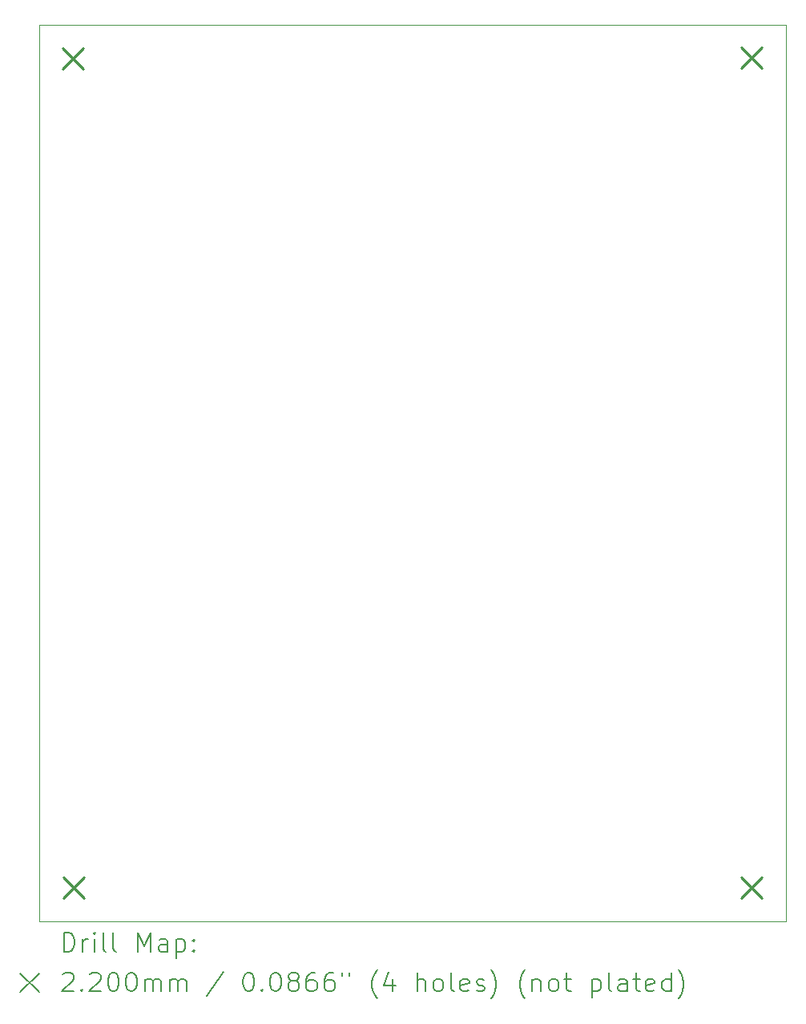
<source format=gbr>
%TF.GenerationSoftware,KiCad,Pcbnew,8.0.5*%
%TF.CreationDate,2024-10-22T19:54:13-04:00*%
%TF.ProjectId,PCB_Schematic,5043425f-5363-4686-956d-617469632e6b,rev?*%
%TF.SameCoordinates,Original*%
%TF.FileFunction,Drillmap*%
%TF.FilePolarity,Positive*%
%FSLAX45Y45*%
G04 Gerber Fmt 4.5, Leading zero omitted, Abs format (unit mm)*
G04 Created by KiCad (PCBNEW 8.0.5) date 2024-10-22 19:54:13*
%MOMM*%
%LPD*%
G01*
G04 APERTURE LIST*
%ADD10C,0.100000*%
%ADD11C,0.200000*%
%ADD12C,0.220000*%
G04 APERTURE END LIST*
D10*
X8805700Y-3260000D02*
X16695900Y-3260000D01*
X16695900Y-12728800D01*
X8805700Y-12728800D01*
X8805700Y-3260000D01*
D11*
D12*
X9051300Y-3505600D02*
X9271300Y-3725600D01*
X9271300Y-3505600D02*
X9051300Y-3725600D01*
X9059400Y-12259800D02*
X9279400Y-12479800D01*
X9279400Y-12259800D02*
X9059400Y-12479800D01*
X16222200Y-3496800D02*
X16442200Y-3716800D01*
X16442200Y-3496800D02*
X16222200Y-3716800D01*
X16222200Y-12259800D02*
X16442200Y-12479800D01*
X16442200Y-12259800D02*
X16222200Y-12479800D01*
D11*
X9061477Y-13045284D02*
X9061477Y-12845284D01*
X9061477Y-12845284D02*
X9109096Y-12845284D01*
X9109096Y-12845284D02*
X9137667Y-12854808D01*
X9137667Y-12854808D02*
X9156715Y-12873855D01*
X9156715Y-12873855D02*
X9166239Y-12892903D01*
X9166239Y-12892903D02*
X9175763Y-12930998D01*
X9175763Y-12930998D02*
X9175763Y-12959569D01*
X9175763Y-12959569D02*
X9166239Y-12997665D01*
X9166239Y-12997665D02*
X9156715Y-13016712D01*
X9156715Y-13016712D02*
X9137667Y-13035760D01*
X9137667Y-13035760D02*
X9109096Y-13045284D01*
X9109096Y-13045284D02*
X9061477Y-13045284D01*
X9261477Y-13045284D02*
X9261477Y-12911950D01*
X9261477Y-12950046D02*
X9271001Y-12930998D01*
X9271001Y-12930998D02*
X9280524Y-12921474D01*
X9280524Y-12921474D02*
X9299572Y-12911950D01*
X9299572Y-12911950D02*
X9318620Y-12911950D01*
X9385286Y-13045284D02*
X9385286Y-12911950D01*
X9385286Y-12845284D02*
X9375763Y-12854808D01*
X9375763Y-12854808D02*
X9385286Y-12864331D01*
X9385286Y-12864331D02*
X9394810Y-12854808D01*
X9394810Y-12854808D02*
X9385286Y-12845284D01*
X9385286Y-12845284D02*
X9385286Y-12864331D01*
X9509096Y-13045284D02*
X9490048Y-13035760D01*
X9490048Y-13035760D02*
X9480524Y-13016712D01*
X9480524Y-13016712D02*
X9480524Y-12845284D01*
X9613858Y-13045284D02*
X9594810Y-13035760D01*
X9594810Y-13035760D02*
X9585286Y-13016712D01*
X9585286Y-13016712D02*
X9585286Y-12845284D01*
X9842429Y-13045284D02*
X9842429Y-12845284D01*
X9842429Y-12845284D02*
X9909096Y-12988141D01*
X9909096Y-12988141D02*
X9975763Y-12845284D01*
X9975763Y-12845284D02*
X9975763Y-13045284D01*
X10156715Y-13045284D02*
X10156715Y-12940522D01*
X10156715Y-12940522D02*
X10147191Y-12921474D01*
X10147191Y-12921474D02*
X10128144Y-12911950D01*
X10128144Y-12911950D02*
X10090048Y-12911950D01*
X10090048Y-12911950D02*
X10071001Y-12921474D01*
X10156715Y-13035760D02*
X10137667Y-13045284D01*
X10137667Y-13045284D02*
X10090048Y-13045284D01*
X10090048Y-13045284D02*
X10071001Y-13035760D01*
X10071001Y-13035760D02*
X10061477Y-13016712D01*
X10061477Y-13016712D02*
X10061477Y-12997665D01*
X10061477Y-12997665D02*
X10071001Y-12978617D01*
X10071001Y-12978617D02*
X10090048Y-12969093D01*
X10090048Y-12969093D02*
X10137667Y-12969093D01*
X10137667Y-12969093D02*
X10156715Y-12959569D01*
X10251953Y-12911950D02*
X10251953Y-13111950D01*
X10251953Y-12921474D02*
X10271001Y-12911950D01*
X10271001Y-12911950D02*
X10309096Y-12911950D01*
X10309096Y-12911950D02*
X10328144Y-12921474D01*
X10328144Y-12921474D02*
X10337667Y-12930998D01*
X10337667Y-12930998D02*
X10347191Y-12950046D01*
X10347191Y-12950046D02*
X10347191Y-13007188D01*
X10347191Y-13007188D02*
X10337667Y-13026236D01*
X10337667Y-13026236D02*
X10328144Y-13035760D01*
X10328144Y-13035760D02*
X10309096Y-13045284D01*
X10309096Y-13045284D02*
X10271001Y-13045284D01*
X10271001Y-13045284D02*
X10251953Y-13035760D01*
X10432905Y-13026236D02*
X10442429Y-13035760D01*
X10442429Y-13035760D02*
X10432905Y-13045284D01*
X10432905Y-13045284D02*
X10423382Y-13035760D01*
X10423382Y-13035760D02*
X10432905Y-13026236D01*
X10432905Y-13026236D02*
X10432905Y-13045284D01*
X10432905Y-12921474D02*
X10442429Y-12930998D01*
X10442429Y-12930998D02*
X10432905Y-12940522D01*
X10432905Y-12940522D02*
X10423382Y-12930998D01*
X10423382Y-12930998D02*
X10432905Y-12921474D01*
X10432905Y-12921474D02*
X10432905Y-12940522D01*
X8600700Y-13273800D02*
X8800700Y-13473800D01*
X8800700Y-13273800D02*
X8600700Y-13473800D01*
X9051953Y-13284331D02*
X9061477Y-13274808D01*
X9061477Y-13274808D02*
X9080524Y-13265284D01*
X9080524Y-13265284D02*
X9128144Y-13265284D01*
X9128144Y-13265284D02*
X9147191Y-13274808D01*
X9147191Y-13274808D02*
X9156715Y-13284331D01*
X9156715Y-13284331D02*
X9166239Y-13303379D01*
X9166239Y-13303379D02*
X9166239Y-13322427D01*
X9166239Y-13322427D02*
X9156715Y-13350998D01*
X9156715Y-13350998D02*
X9042429Y-13465284D01*
X9042429Y-13465284D02*
X9166239Y-13465284D01*
X9251953Y-13446236D02*
X9261477Y-13455760D01*
X9261477Y-13455760D02*
X9251953Y-13465284D01*
X9251953Y-13465284D02*
X9242429Y-13455760D01*
X9242429Y-13455760D02*
X9251953Y-13446236D01*
X9251953Y-13446236D02*
X9251953Y-13465284D01*
X9337667Y-13284331D02*
X9347191Y-13274808D01*
X9347191Y-13274808D02*
X9366239Y-13265284D01*
X9366239Y-13265284D02*
X9413858Y-13265284D01*
X9413858Y-13265284D02*
X9432905Y-13274808D01*
X9432905Y-13274808D02*
X9442429Y-13284331D01*
X9442429Y-13284331D02*
X9451953Y-13303379D01*
X9451953Y-13303379D02*
X9451953Y-13322427D01*
X9451953Y-13322427D02*
X9442429Y-13350998D01*
X9442429Y-13350998D02*
X9328144Y-13465284D01*
X9328144Y-13465284D02*
X9451953Y-13465284D01*
X9575763Y-13265284D02*
X9594810Y-13265284D01*
X9594810Y-13265284D02*
X9613858Y-13274808D01*
X9613858Y-13274808D02*
X9623382Y-13284331D01*
X9623382Y-13284331D02*
X9632905Y-13303379D01*
X9632905Y-13303379D02*
X9642429Y-13341474D01*
X9642429Y-13341474D02*
X9642429Y-13389093D01*
X9642429Y-13389093D02*
X9632905Y-13427188D01*
X9632905Y-13427188D02*
X9623382Y-13446236D01*
X9623382Y-13446236D02*
X9613858Y-13455760D01*
X9613858Y-13455760D02*
X9594810Y-13465284D01*
X9594810Y-13465284D02*
X9575763Y-13465284D01*
X9575763Y-13465284D02*
X9556715Y-13455760D01*
X9556715Y-13455760D02*
X9547191Y-13446236D01*
X9547191Y-13446236D02*
X9537667Y-13427188D01*
X9537667Y-13427188D02*
X9528144Y-13389093D01*
X9528144Y-13389093D02*
X9528144Y-13341474D01*
X9528144Y-13341474D02*
X9537667Y-13303379D01*
X9537667Y-13303379D02*
X9547191Y-13284331D01*
X9547191Y-13284331D02*
X9556715Y-13274808D01*
X9556715Y-13274808D02*
X9575763Y-13265284D01*
X9766239Y-13265284D02*
X9785286Y-13265284D01*
X9785286Y-13265284D02*
X9804334Y-13274808D01*
X9804334Y-13274808D02*
X9813858Y-13284331D01*
X9813858Y-13284331D02*
X9823382Y-13303379D01*
X9823382Y-13303379D02*
X9832905Y-13341474D01*
X9832905Y-13341474D02*
X9832905Y-13389093D01*
X9832905Y-13389093D02*
X9823382Y-13427188D01*
X9823382Y-13427188D02*
X9813858Y-13446236D01*
X9813858Y-13446236D02*
X9804334Y-13455760D01*
X9804334Y-13455760D02*
X9785286Y-13465284D01*
X9785286Y-13465284D02*
X9766239Y-13465284D01*
X9766239Y-13465284D02*
X9747191Y-13455760D01*
X9747191Y-13455760D02*
X9737667Y-13446236D01*
X9737667Y-13446236D02*
X9728144Y-13427188D01*
X9728144Y-13427188D02*
X9718620Y-13389093D01*
X9718620Y-13389093D02*
X9718620Y-13341474D01*
X9718620Y-13341474D02*
X9728144Y-13303379D01*
X9728144Y-13303379D02*
X9737667Y-13284331D01*
X9737667Y-13284331D02*
X9747191Y-13274808D01*
X9747191Y-13274808D02*
X9766239Y-13265284D01*
X9918620Y-13465284D02*
X9918620Y-13331950D01*
X9918620Y-13350998D02*
X9928144Y-13341474D01*
X9928144Y-13341474D02*
X9947191Y-13331950D01*
X9947191Y-13331950D02*
X9975763Y-13331950D01*
X9975763Y-13331950D02*
X9994810Y-13341474D01*
X9994810Y-13341474D02*
X10004334Y-13360522D01*
X10004334Y-13360522D02*
X10004334Y-13465284D01*
X10004334Y-13360522D02*
X10013858Y-13341474D01*
X10013858Y-13341474D02*
X10032905Y-13331950D01*
X10032905Y-13331950D02*
X10061477Y-13331950D01*
X10061477Y-13331950D02*
X10080525Y-13341474D01*
X10080525Y-13341474D02*
X10090048Y-13360522D01*
X10090048Y-13360522D02*
X10090048Y-13465284D01*
X10185286Y-13465284D02*
X10185286Y-13331950D01*
X10185286Y-13350998D02*
X10194810Y-13341474D01*
X10194810Y-13341474D02*
X10213858Y-13331950D01*
X10213858Y-13331950D02*
X10242429Y-13331950D01*
X10242429Y-13331950D02*
X10261477Y-13341474D01*
X10261477Y-13341474D02*
X10271001Y-13360522D01*
X10271001Y-13360522D02*
X10271001Y-13465284D01*
X10271001Y-13360522D02*
X10280525Y-13341474D01*
X10280525Y-13341474D02*
X10299572Y-13331950D01*
X10299572Y-13331950D02*
X10328144Y-13331950D01*
X10328144Y-13331950D02*
X10347191Y-13341474D01*
X10347191Y-13341474D02*
X10356715Y-13360522D01*
X10356715Y-13360522D02*
X10356715Y-13465284D01*
X10747191Y-13255760D02*
X10575763Y-13512903D01*
X11004334Y-13265284D02*
X11023382Y-13265284D01*
X11023382Y-13265284D02*
X11042429Y-13274808D01*
X11042429Y-13274808D02*
X11051953Y-13284331D01*
X11051953Y-13284331D02*
X11061477Y-13303379D01*
X11061477Y-13303379D02*
X11071001Y-13341474D01*
X11071001Y-13341474D02*
X11071001Y-13389093D01*
X11071001Y-13389093D02*
X11061477Y-13427188D01*
X11061477Y-13427188D02*
X11051953Y-13446236D01*
X11051953Y-13446236D02*
X11042429Y-13455760D01*
X11042429Y-13455760D02*
X11023382Y-13465284D01*
X11023382Y-13465284D02*
X11004334Y-13465284D01*
X11004334Y-13465284D02*
X10985287Y-13455760D01*
X10985287Y-13455760D02*
X10975763Y-13446236D01*
X10975763Y-13446236D02*
X10966239Y-13427188D01*
X10966239Y-13427188D02*
X10956715Y-13389093D01*
X10956715Y-13389093D02*
X10956715Y-13341474D01*
X10956715Y-13341474D02*
X10966239Y-13303379D01*
X10966239Y-13303379D02*
X10975763Y-13284331D01*
X10975763Y-13284331D02*
X10985287Y-13274808D01*
X10985287Y-13274808D02*
X11004334Y-13265284D01*
X11156715Y-13446236D02*
X11166239Y-13455760D01*
X11166239Y-13455760D02*
X11156715Y-13465284D01*
X11156715Y-13465284D02*
X11147191Y-13455760D01*
X11147191Y-13455760D02*
X11156715Y-13446236D01*
X11156715Y-13446236D02*
X11156715Y-13465284D01*
X11290048Y-13265284D02*
X11309096Y-13265284D01*
X11309096Y-13265284D02*
X11328144Y-13274808D01*
X11328144Y-13274808D02*
X11337667Y-13284331D01*
X11337667Y-13284331D02*
X11347191Y-13303379D01*
X11347191Y-13303379D02*
X11356715Y-13341474D01*
X11356715Y-13341474D02*
X11356715Y-13389093D01*
X11356715Y-13389093D02*
X11347191Y-13427188D01*
X11347191Y-13427188D02*
X11337667Y-13446236D01*
X11337667Y-13446236D02*
X11328144Y-13455760D01*
X11328144Y-13455760D02*
X11309096Y-13465284D01*
X11309096Y-13465284D02*
X11290048Y-13465284D01*
X11290048Y-13465284D02*
X11271001Y-13455760D01*
X11271001Y-13455760D02*
X11261477Y-13446236D01*
X11261477Y-13446236D02*
X11251953Y-13427188D01*
X11251953Y-13427188D02*
X11242429Y-13389093D01*
X11242429Y-13389093D02*
X11242429Y-13341474D01*
X11242429Y-13341474D02*
X11251953Y-13303379D01*
X11251953Y-13303379D02*
X11261477Y-13284331D01*
X11261477Y-13284331D02*
X11271001Y-13274808D01*
X11271001Y-13274808D02*
X11290048Y-13265284D01*
X11471001Y-13350998D02*
X11451953Y-13341474D01*
X11451953Y-13341474D02*
X11442429Y-13331950D01*
X11442429Y-13331950D02*
X11432906Y-13312903D01*
X11432906Y-13312903D02*
X11432906Y-13303379D01*
X11432906Y-13303379D02*
X11442429Y-13284331D01*
X11442429Y-13284331D02*
X11451953Y-13274808D01*
X11451953Y-13274808D02*
X11471001Y-13265284D01*
X11471001Y-13265284D02*
X11509096Y-13265284D01*
X11509096Y-13265284D02*
X11528144Y-13274808D01*
X11528144Y-13274808D02*
X11537667Y-13284331D01*
X11537667Y-13284331D02*
X11547191Y-13303379D01*
X11547191Y-13303379D02*
X11547191Y-13312903D01*
X11547191Y-13312903D02*
X11537667Y-13331950D01*
X11537667Y-13331950D02*
X11528144Y-13341474D01*
X11528144Y-13341474D02*
X11509096Y-13350998D01*
X11509096Y-13350998D02*
X11471001Y-13350998D01*
X11471001Y-13350998D02*
X11451953Y-13360522D01*
X11451953Y-13360522D02*
X11442429Y-13370046D01*
X11442429Y-13370046D02*
X11432906Y-13389093D01*
X11432906Y-13389093D02*
X11432906Y-13427188D01*
X11432906Y-13427188D02*
X11442429Y-13446236D01*
X11442429Y-13446236D02*
X11451953Y-13455760D01*
X11451953Y-13455760D02*
X11471001Y-13465284D01*
X11471001Y-13465284D02*
X11509096Y-13465284D01*
X11509096Y-13465284D02*
X11528144Y-13455760D01*
X11528144Y-13455760D02*
X11537667Y-13446236D01*
X11537667Y-13446236D02*
X11547191Y-13427188D01*
X11547191Y-13427188D02*
X11547191Y-13389093D01*
X11547191Y-13389093D02*
X11537667Y-13370046D01*
X11537667Y-13370046D02*
X11528144Y-13360522D01*
X11528144Y-13360522D02*
X11509096Y-13350998D01*
X11718620Y-13265284D02*
X11680525Y-13265284D01*
X11680525Y-13265284D02*
X11661477Y-13274808D01*
X11661477Y-13274808D02*
X11651953Y-13284331D01*
X11651953Y-13284331D02*
X11632906Y-13312903D01*
X11632906Y-13312903D02*
X11623382Y-13350998D01*
X11623382Y-13350998D02*
X11623382Y-13427188D01*
X11623382Y-13427188D02*
X11632906Y-13446236D01*
X11632906Y-13446236D02*
X11642429Y-13455760D01*
X11642429Y-13455760D02*
X11661477Y-13465284D01*
X11661477Y-13465284D02*
X11699572Y-13465284D01*
X11699572Y-13465284D02*
X11718620Y-13455760D01*
X11718620Y-13455760D02*
X11728144Y-13446236D01*
X11728144Y-13446236D02*
X11737667Y-13427188D01*
X11737667Y-13427188D02*
X11737667Y-13379569D01*
X11737667Y-13379569D02*
X11728144Y-13360522D01*
X11728144Y-13360522D02*
X11718620Y-13350998D01*
X11718620Y-13350998D02*
X11699572Y-13341474D01*
X11699572Y-13341474D02*
X11661477Y-13341474D01*
X11661477Y-13341474D02*
X11642429Y-13350998D01*
X11642429Y-13350998D02*
X11632906Y-13360522D01*
X11632906Y-13360522D02*
X11623382Y-13379569D01*
X11909096Y-13265284D02*
X11871001Y-13265284D01*
X11871001Y-13265284D02*
X11851953Y-13274808D01*
X11851953Y-13274808D02*
X11842429Y-13284331D01*
X11842429Y-13284331D02*
X11823382Y-13312903D01*
X11823382Y-13312903D02*
X11813858Y-13350998D01*
X11813858Y-13350998D02*
X11813858Y-13427188D01*
X11813858Y-13427188D02*
X11823382Y-13446236D01*
X11823382Y-13446236D02*
X11832906Y-13455760D01*
X11832906Y-13455760D02*
X11851953Y-13465284D01*
X11851953Y-13465284D02*
X11890048Y-13465284D01*
X11890048Y-13465284D02*
X11909096Y-13455760D01*
X11909096Y-13455760D02*
X11918620Y-13446236D01*
X11918620Y-13446236D02*
X11928144Y-13427188D01*
X11928144Y-13427188D02*
X11928144Y-13379569D01*
X11928144Y-13379569D02*
X11918620Y-13360522D01*
X11918620Y-13360522D02*
X11909096Y-13350998D01*
X11909096Y-13350998D02*
X11890048Y-13341474D01*
X11890048Y-13341474D02*
X11851953Y-13341474D01*
X11851953Y-13341474D02*
X11832906Y-13350998D01*
X11832906Y-13350998D02*
X11823382Y-13360522D01*
X11823382Y-13360522D02*
X11813858Y-13379569D01*
X12004334Y-13265284D02*
X12004334Y-13303379D01*
X12080525Y-13265284D02*
X12080525Y-13303379D01*
X12375763Y-13541474D02*
X12366239Y-13531950D01*
X12366239Y-13531950D02*
X12347191Y-13503379D01*
X12347191Y-13503379D02*
X12337668Y-13484331D01*
X12337668Y-13484331D02*
X12328144Y-13455760D01*
X12328144Y-13455760D02*
X12318620Y-13408141D01*
X12318620Y-13408141D02*
X12318620Y-13370046D01*
X12318620Y-13370046D02*
X12328144Y-13322427D01*
X12328144Y-13322427D02*
X12337668Y-13293855D01*
X12337668Y-13293855D02*
X12347191Y-13274808D01*
X12347191Y-13274808D02*
X12366239Y-13246236D01*
X12366239Y-13246236D02*
X12375763Y-13236712D01*
X12537668Y-13331950D02*
X12537668Y-13465284D01*
X12490048Y-13255760D02*
X12442429Y-13398617D01*
X12442429Y-13398617D02*
X12566239Y-13398617D01*
X12794810Y-13465284D02*
X12794810Y-13265284D01*
X12880525Y-13465284D02*
X12880525Y-13360522D01*
X12880525Y-13360522D02*
X12871001Y-13341474D01*
X12871001Y-13341474D02*
X12851953Y-13331950D01*
X12851953Y-13331950D02*
X12823382Y-13331950D01*
X12823382Y-13331950D02*
X12804334Y-13341474D01*
X12804334Y-13341474D02*
X12794810Y-13350998D01*
X13004334Y-13465284D02*
X12985287Y-13455760D01*
X12985287Y-13455760D02*
X12975763Y-13446236D01*
X12975763Y-13446236D02*
X12966239Y-13427188D01*
X12966239Y-13427188D02*
X12966239Y-13370046D01*
X12966239Y-13370046D02*
X12975763Y-13350998D01*
X12975763Y-13350998D02*
X12985287Y-13341474D01*
X12985287Y-13341474D02*
X13004334Y-13331950D01*
X13004334Y-13331950D02*
X13032906Y-13331950D01*
X13032906Y-13331950D02*
X13051953Y-13341474D01*
X13051953Y-13341474D02*
X13061477Y-13350998D01*
X13061477Y-13350998D02*
X13071001Y-13370046D01*
X13071001Y-13370046D02*
X13071001Y-13427188D01*
X13071001Y-13427188D02*
X13061477Y-13446236D01*
X13061477Y-13446236D02*
X13051953Y-13455760D01*
X13051953Y-13455760D02*
X13032906Y-13465284D01*
X13032906Y-13465284D02*
X13004334Y-13465284D01*
X13185287Y-13465284D02*
X13166239Y-13455760D01*
X13166239Y-13455760D02*
X13156715Y-13436712D01*
X13156715Y-13436712D02*
X13156715Y-13265284D01*
X13337668Y-13455760D02*
X13318620Y-13465284D01*
X13318620Y-13465284D02*
X13280525Y-13465284D01*
X13280525Y-13465284D02*
X13261477Y-13455760D01*
X13261477Y-13455760D02*
X13251953Y-13436712D01*
X13251953Y-13436712D02*
X13251953Y-13360522D01*
X13251953Y-13360522D02*
X13261477Y-13341474D01*
X13261477Y-13341474D02*
X13280525Y-13331950D01*
X13280525Y-13331950D02*
X13318620Y-13331950D01*
X13318620Y-13331950D02*
X13337668Y-13341474D01*
X13337668Y-13341474D02*
X13347191Y-13360522D01*
X13347191Y-13360522D02*
X13347191Y-13379569D01*
X13347191Y-13379569D02*
X13251953Y-13398617D01*
X13423382Y-13455760D02*
X13442430Y-13465284D01*
X13442430Y-13465284D02*
X13480525Y-13465284D01*
X13480525Y-13465284D02*
X13499572Y-13455760D01*
X13499572Y-13455760D02*
X13509096Y-13436712D01*
X13509096Y-13436712D02*
X13509096Y-13427188D01*
X13509096Y-13427188D02*
X13499572Y-13408141D01*
X13499572Y-13408141D02*
X13480525Y-13398617D01*
X13480525Y-13398617D02*
X13451953Y-13398617D01*
X13451953Y-13398617D02*
X13432906Y-13389093D01*
X13432906Y-13389093D02*
X13423382Y-13370046D01*
X13423382Y-13370046D02*
X13423382Y-13360522D01*
X13423382Y-13360522D02*
X13432906Y-13341474D01*
X13432906Y-13341474D02*
X13451953Y-13331950D01*
X13451953Y-13331950D02*
X13480525Y-13331950D01*
X13480525Y-13331950D02*
X13499572Y-13341474D01*
X13575763Y-13541474D02*
X13585287Y-13531950D01*
X13585287Y-13531950D02*
X13604334Y-13503379D01*
X13604334Y-13503379D02*
X13613858Y-13484331D01*
X13613858Y-13484331D02*
X13623382Y-13455760D01*
X13623382Y-13455760D02*
X13632906Y-13408141D01*
X13632906Y-13408141D02*
X13632906Y-13370046D01*
X13632906Y-13370046D02*
X13623382Y-13322427D01*
X13623382Y-13322427D02*
X13613858Y-13293855D01*
X13613858Y-13293855D02*
X13604334Y-13274808D01*
X13604334Y-13274808D02*
X13585287Y-13246236D01*
X13585287Y-13246236D02*
X13575763Y-13236712D01*
X13937668Y-13541474D02*
X13928144Y-13531950D01*
X13928144Y-13531950D02*
X13909096Y-13503379D01*
X13909096Y-13503379D02*
X13899572Y-13484331D01*
X13899572Y-13484331D02*
X13890049Y-13455760D01*
X13890049Y-13455760D02*
X13880525Y-13408141D01*
X13880525Y-13408141D02*
X13880525Y-13370046D01*
X13880525Y-13370046D02*
X13890049Y-13322427D01*
X13890049Y-13322427D02*
X13899572Y-13293855D01*
X13899572Y-13293855D02*
X13909096Y-13274808D01*
X13909096Y-13274808D02*
X13928144Y-13246236D01*
X13928144Y-13246236D02*
X13937668Y-13236712D01*
X14013858Y-13331950D02*
X14013858Y-13465284D01*
X14013858Y-13350998D02*
X14023382Y-13341474D01*
X14023382Y-13341474D02*
X14042430Y-13331950D01*
X14042430Y-13331950D02*
X14071001Y-13331950D01*
X14071001Y-13331950D02*
X14090049Y-13341474D01*
X14090049Y-13341474D02*
X14099572Y-13360522D01*
X14099572Y-13360522D02*
X14099572Y-13465284D01*
X14223382Y-13465284D02*
X14204334Y-13455760D01*
X14204334Y-13455760D02*
X14194811Y-13446236D01*
X14194811Y-13446236D02*
X14185287Y-13427188D01*
X14185287Y-13427188D02*
X14185287Y-13370046D01*
X14185287Y-13370046D02*
X14194811Y-13350998D01*
X14194811Y-13350998D02*
X14204334Y-13341474D01*
X14204334Y-13341474D02*
X14223382Y-13331950D01*
X14223382Y-13331950D02*
X14251953Y-13331950D01*
X14251953Y-13331950D02*
X14271001Y-13341474D01*
X14271001Y-13341474D02*
X14280525Y-13350998D01*
X14280525Y-13350998D02*
X14290049Y-13370046D01*
X14290049Y-13370046D02*
X14290049Y-13427188D01*
X14290049Y-13427188D02*
X14280525Y-13446236D01*
X14280525Y-13446236D02*
X14271001Y-13455760D01*
X14271001Y-13455760D02*
X14251953Y-13465284D01*
X14251953Y-13465284D02*
X14223382Y-13465284D01*
X14347192Y-13331950D02*
X14423382Y-13331950D01*
X14375763Y-13265284D02*
X14375763Y-13436712D01*
X14375763Y-13436712D02*
X14385287Y-13455760D01*
X14385287Y-13455760D02*
X14404334Y-13465284D01*
X14404334Y-13465284D02*
X14423382Y-13465284D01*
X14642430Y-13331950D02*
X14642430Y-13531950D01*
X14642430Y-13341474D02*
X14661477Y-13331950D01*
X14661477Y-13331950D02*
X14699573Y-13331950D01*
X14699573Y-13331950D02*
X14718620Y-13341474D01*
X14718620Y-13341474D02*
X14728144Y-13350998D01*
X14728144Y-13350998D02*
X14737668Y-13370046D01*
X14737668Y-13370046D02*
X14737668Y-13427188D01*
X14737668Y-13427188D02*
X14728144Y-13446236D01*
X14728144Y-13446236D02*
X14718620Y-13455760D01*
X14718620Y-13455760D02*
X14699573Y-13465284D01*
X14699573Y-13465284D02*
X14661477Y-13465284D01*
X14661477Y-13465284D02*
X14642430Y-13455760D01*
X14851953Y-13465284D02*
X14832906Y-13455760D01*
X14832906Y-13455760D02*
X14823382Y-13436712D01*
X14823382Y-13436712D02*
X14823382Y-13265284D01*
X15013858Y-13465284D02*
X15013858Y-13360522D01*
X15013858Y-13360522D02*
X15004334Y-13341474D01*
X15004334Y-13341474D02*
X14985287Y-13331950D01*
X14985287Y-13331950D02*
X14947192Y-13331950D01*
X14947192Y-13331950D02*
X14928144Y-13341474D01*
X15013858Y-13455760D02*
X14994811Y-13465284D01*
X14994811Y-13465284D02*
X14947192Y-13465284D01*
X14947192Y-13465284D02*
X14928144Y-13455760D01*
X14928144Y-13455760D02*
X14918620Y-13436712D01*
X14918620Y-13436712D02*
X14918620Y-13417665D01*
X14918620Y-13417665D02*
X14928144Y-13398617D01*
X14928144Y-13398617D02*
X14947192Y-13389093D01*
X14947192Y-13389093D02*
X14994811Y-13389093D01*
X14994811Y-13389093D02*
X15013858Y-13379569D01*
X15080525Y-13331950D02*
X15156715Y-13331950D01*
X15109096Y-13265284D02*
X15109096Y-13436712D01*
X15109096Y-13436712D02*
X15118620Y-13455760D01*
X15118620Y-13455760D02*
X15137668Y-13465284D01*
X15137668Y-13465284D02*
X15156715Y-13465284D01*
X15299573Y-13455760D02*
X15280525Y-13465284D01*
X15280525Y-13465284D02*
X15242430Y-13465284D01*
X15242430Y-13465284D02*
X15223382Y-13455760D01*
X15223382Y-13455760D02*
X15213858Y-13436712D01*
X15213858Y-13436712D02*
X15213858Y-13360522D01*
X15213858Y-13360522D02*
X15223382Y-13341474D01*
X15223382Y-13341474D02*
X15242430Y-13331950D01*
X15242430Y-13331950D02*
X15280525Y-13331950D01*
X15280525Y-13331950D02*
X15299573Y-13341474D01*
X15299573Y-13341474D02*
X15309096Y-13360522D01*
X15309096Y-13360522D02*
X15309096Y-13379569D01*
X15309096Y-13379569D02*
X15213858Y-13398617D01*
X15480525Y-13465284D02*
X15480525Y-13265284D01*
X15480525Y-13455760D02*
X15461477Y-13465284D01*
X15461477Y-13465284D02*
X15423382Y-13465284D01*
X15423382Y-13465284D02*
X15404334Y-13455760D01*
X15404334Y-13455760D02*
X15394811Y-13446236D01*
X15394811Y-13446236D02*
X15385287Y-13427188D01*
X15385287Y-13427188D02*
X15385287Y-13370046D01*
X15385287Y-13370046D02*
X15394811Y-13350998D01*
X15394811Y-13350998D02*
X15404334Y-13341474D01*
X15404334Y-13341474D02*
X15423382Y-13331950D01*
X15423382Y-13331950D02*
X15461477Y-13331950D01*
X15461477Y-13331950D02*
X15480525Y-13341474D01*
X15556715Y-13541474D02*
X15566239Y-13531950D01*
X15566239Y-13531950D02*
X15585287Y-13503379D01*
X15585287Y-13503379D02*
X15594811Y-13484331D01*
X15594811Y-13484331D02*
X15604334Y-13455760D01*
X15604334Y-13455760D02*
X15613858Y-13408141D01*
X15613858Y-13408141D02*
X15613858Y-13370046D01*
X15613858Y-13370046D02*
X15604334Y-13322427D01*
X15604334Y-13322427D02*
X15594811Y-13293855D01*
X15594811Y-13293855D02*
X15585287Y-13274808D01*
X15585287Y-13274808D02*
X15566239Y-13246236D01*
X15566239Y-13246236D02*
X15556715Y-13236712D01*
M02*

</source>
